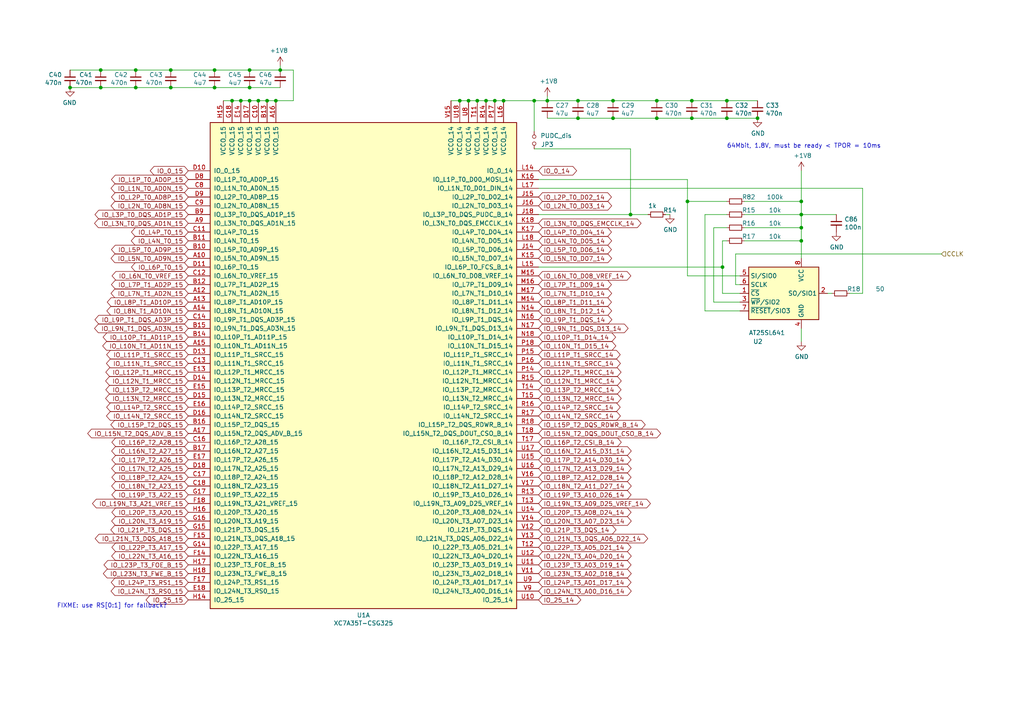
<source format=kicad_sch>
(kicad_sch (version 20211123) (generator eeschema)
  (paper "A4")
  (junction (at 29.21 25.4))
  (junction (at 72.39 29.21))
  (junction (at 232.41 62.23))
  (junction (at 62.23 20.32))
  (junction (at 199.39 58.42))
  (junction (at 177.8 34.29))
  (junction (at 67.31 29.21))
  (junction (at 49.53 20.32))
  (junction (at 133.35 29.21))
  (junction (at 72.39 20.32))
  (junction (at 210.82 34.29))
  (junction (at 39.37 20.32))
  (junction (at 138.43 29.21))
  (junction (at 210.82 29.21))
  (junction (at 200.66 34.29))
  (junction (at 74.93 29.21))
  (junction (at 49.53 25.4))
  (junction (at 62.23 25.4))
  (junction (at 167.64 29.21))
  (junction (at 182.88 62.23))
  (junction (at 232.41 58.42))
  (junction (at 29.21 20.32))
  (junction (at 81.28 20.32))
  (junction (at 80.01 29.21))
  (junction (at 209.55 77.47))
  (junction (at 69.85 29.21))
  (junction (at 20.32 25.4))
  (junction (at 190.5 29.21))
  (junction (at 140.97 29.21))
  (junction (at 167.64 34.29))
  (junction (at 135.89 29.21))
  (junction (at 232.41 69.85))
  (junction (at 158.75 29.21))
  (junction (at 232.41 66.04))
  (junction (at 39.37 25.4))
  (junction (at 154.94 29.21))
  (junction (at 77.47 29.21))
  (junction (at 219.71 34.29))
  (junction (at 146.05 29.21))
  (junction (at 190.5 34.29))
  (junction (at 143.51 29.21))
  (junction (at 200.66 29.21))
  (junction (at 177.8 29.21))
  (junction (at 72.39 25.4))
  (wire (pts (xy 156.21 54.61) (xy 250.19 54.61)))
  (wire (pts (xy 167.64 34.29) (xy 158.75 34.29)))
  (wire (pts (xy 209.55 85.09) (xy 209.55 77.47)))
  (wire (pts (xy 156.21 77.47) (xy 209.55 77.47)))
  (wire (pts (xy 214.63 82.55) (xy 213.36 82.55)))
  (wire (pts (xy 80.01 29.21) (xy 85.09 29.21)))
  (wire (pts (xy 232.41 62.23) (xy 232.41 66.04)))
  (wire (pts (xy 62.23 25.4) (xy 72.39 25.4)))
  (wire (pts (xy 62.23 20.32) (xy 72.39 20.32)))
  (wire (pts (xy 232.41 58.42) (xy 232.41 62.23)))
  (wire (pts (xy 177.8 29.21) (xy 190.5 29.21)))
  (wire (pts (xy 199.39 58.42) (xy 199.39 80.01)))
  (wire (pts (xy 85.09 20.32) (xy 81.28 20.32)))
  (wire (pts (xy 210.82 34.29) (xy 219.71 34.29)))
  (wire (pts (xy 207.01 66.04) (xy 207.01 87.63)))
  (wire (pts (xy 182.88 62.23) (xy 187.96 62.23)))
  (wire (pts (xy 200.66 29.21) (xy 210.82 29.21)))
  (wire (pts (xy 62.23 25.4) (xy 49.53 25.4)))
  (wire (pts (xy 72.39 25.4) (xy 81.28 25.4)))
  (wire (pts (xy 215.9 58.42) (xy 232.41 58.42)))
  (wire (pts (xy 190.5 34.29) (xy 200.66 34.29)))
  (wire (pts (xy 241.3 85.09) (xy 240.03 85.09)))
  (wire (pts (xy 130.81 29.21) (xy 133.35 29.21)))
  (wire (pts (xy 232.41 95.25) (xy 232.41 99.06)))
  (wire (pts (xy 72.39 20.32) (xy 81.28 20.32)))
  (wire (pts (xy 213.36 82.55) (xy 213.36 73.66)))
  (wire (pts (xy 154.94 29.21) (xy 158.75 29.21)))
  (wire (pts (xy 232.41 69.85) (xy 232.41 74.93)))
  (wire (pts (xy 232.41 66.04) (xy 232.41 69.85)))
  (wire (pts (xy 167.64 29.21) (xy 158.75 29.21)))
  (wire (pts (xy 156.21 52.07) (xy 199.39 52.07)))
  (wire (pts (xy 74.93 29.21) (xy 77.47 29.21)))
  (wire (pts (xy 64.77 29.21) (xy 67.31 29.21)))
  (wire (pts (xy 210.82 29.21) (xy 219.71 29.21)))
  (wire (pts (xy 199.39 58.42) (xy 210.82 58.42)))
  (wire (pts (xy 49.53 20.32) (xy 39.37 20.32)))
  (wire (pts (xy 200.66 34.29) (xy 210.82 34.29)))
  (wire (pts (xy 140.97 29.21) (xy 143.51 29.21)))
  (wire (pts (xy 143.51 29.21) (xy 146.05 29.21)))
  (wire (pts (xy 39.37 20.32) (xy 29.21 20.32)))
  (wire (pts (xy 177.8 34.29) (xy 167.64 34.29)))
  (wire (pts (xy 29.21 20.32) (xy 20.32 20.32)))
  (wire (pts (xy 85.09 29.21) (xy 85.09 20.32)))
  (wire (pts (xy 69.85 29.21) (xy 72.39 29.21)))
  (wire (pts (xy 209.55 69.85) (xy 209.55 77.47)))
  (wire (pts (xy 133.35 29.21) (xy 135.89 29.21)))
  (wire (pts (xy 232.41 49.53) (xy 232.41 58.42)))
  (wire (pts (xy 81.28 19.05) (xy 81.28 20.32)))
  (wire (pts (xy 77.47 29.21) (xy 80.01 29.21)))
  (wire (pts (xy 199.39 80.01) (xy 214.63 80.01)))
  (wire (pts (xy 207.01 87.63) (xy 214.63 87.63)))
  (wire (pts (xy 49.53 25.4) (xy 39.37 25.4)))
  (wire (pts (xy 242.57 62.23) (xy 232.41 62.23)))
  (wire (pts (xy 29.21 25.4) (xy 20.32 25.4)))
  (wire (pts (xy 67.31 29.21) (xy 69.85 29.21)))
  (wire (pts (xy 135.89 29.21) (xy 138.43 29.21)))
  (wire (pts (xy 209.55 69.85) (xy 210.82 69.85)))
  (wire (pts (xy 177.8 34.29) (xy 190.5 34.29)))
  (wire (pts (xy 210.82 66.04) (xy 207.01 66.04)))
  (wire (pts (xy 146.05 29.21) (xy 154.94 29.21)))
  (wire (pts (xy 177.8 29.21) (xy 167.64 29.21)))
  (wire (pts (xy 138.43 29.21) (xy 140.97 29.21)))
  (wire (pts (xy 215.9 62.23) (xy 232.41 62.23)))
  (wire (pts (xy 214.63 85.09) (xy 209.55 85.09)))
  (wire (pts (xy 213.36 73.66) (xy 273.05 73.66)))
  (wire (pts (xy 182.88 43.18) (xy 182.88 62.23)))
  (wire (pts (xy 154.94 43.18) (xy 182.88 43.18)))
  (wire (pts (xy 72.39 29.21) (xy 74.93 29.21)))
  (wire (pts (xy 39.37 25.4) (xy 29.21 25.4)))
  (wire (pts (xy 215.9 69.85) (xy 232.41 69.85)))
  (wire (pts (xy 193.04 62.23) (xy 194.31 62.23)))
  (wire (pts (xy 250.19 85.09) (xy 246.38 85.09)))
  (wire (pts (xy 154.94 38.1) (xy 154.94 29.21)))
  (wire (pts (xy 250.19 54.61) (xy 250.19 85.09)))
  (wire (pts (xy 158.75 27.94) (xy 158.75 29.21)))
  (wire (pts (xy 190.5 29.21) (xy 200.66 29.21)))
  (wire (pts (xy 215.9 66.04) (xy 232.41 66.04)))
  (wire (pts (xy 204.47 62.23) (xy 204.47 90.17)))
  (wire (pts (xy 62.23 20.32) (xy 49.53 20.32)))
  (wire (pts (xy 156.21 62.23) (xy 182.88 62.23)))
  (wire (pts (xy 199.39 52.07) (xy 199.39 58.42)))
  (wire (pts (xy 210.82 62.23) (xy 204.47 62.23)))
  (wire (pts (xy 204.47 90.17) (xy 214.63 90.17)))
  (text "FIXME: use RS[0:1] for fallback?" (at 16.51 176.53 0) (effects (font (size 1.27 1.27)) (justify left bottom)))
  (text "64Mbit, 1.8V, must be ready < TPOR = 10ms" (at 210.82 43.18 0) (effects (font (size 1.27 1.27)) (justify left bottom)))
  (global_label "IO_L17P_T2_A26_15" (shape bidirectional) (at 54.61 133.35 180) (property "Intersheet References" "${INTERSHEET_REFS}" (effects hide)))
  (global_label "IO_L7P_T1_D09_14" (shape bidirectional) (at 156.21 82.55 0) (property "Intersheet References" "${INTERSHEET_REFS}" (effects hide)))
  (global_label "IO_L23N_T3_FWE_B_15" (shape bidirectional) (at 54.61 166.37 180) (property "Intersheet References" "${INTERSHEET_REFS}" (effects hide)))
  (global_label "IO_L8P_T1_D11_14" (shape bidirectional) (at 156.21 87.63 0) (property "Intersheet References" "${INTERSHEET_REFS}" (effects hide)))
  (global_label "IO_L5P_T0_AD9P_15" (shape bidirectional) (at 54.61 72.39 180) (property "Intersheet References" "${INTERSHEET_REFS}" (effects hide)))
  (global_label "IO_L14N_T2_SRCC_15" (shape bidirectional) (at 54.61 120.65 180) (property "Intersheet References" "${INTERSHEET_REFS}" (effects hide)))
  (global_label "IO_L21P_T3_DQS_14" (shape bidirectional) (at 156.21 153.67 0) (property "Intersheet References" "${INTERSHEET_REFS}" (effects hide)))
  (global_label "IO_L6N_T0_D08_VREF_14" (shape bidirectional) (at 156.21 80.01 0) (property "Intersheet References" "${INTERSHEET_REFS}" (effects hide)))
  (global_label "IO_L9P_T1_DQS_14" (shape bidirectional) (at 156.21 92.71 0) (property "Intersheet References" "${INTERSHEET_REFS}" (effects hide)))
  (global_label "IO_L2N_T0_D03_14" (shape bidirectional) (at 156.21 59.69 0) (property "Intersheet References" "${INTERSHEET_REFS}" (effects hide)))
  (global_label "IO_L12P_T1_MRCC_14" (shape bidirectional) (at 156.21 107.95 0) (property "Intersheet References" "${INTERSHEET_REFS}" (effects hide)))
  (global_label "IO_L10N_T1_AD11N_15" (shape bidirectional) (at 54.61 100.33 180) (property "Intersheet References" "${INTERSHEET_REFS}" (effects hide)))
  (global_label "IO_L23N_T3_A02_D18_14" (shape bidirectional) (at 156.21 166.37 0) (property "Intersheet References" "${INTERSHEET_REFS}" (effects hide)))
  (global_label "IO_L23P_T3_FOE_B_15" (shape bidirectional) (at 54.61 163.83 180) (property "Intersheet References" "${INTERSHEET_REFS}" (effects hide)))
  (global_label "IO_L10P_T1_AD11P_15" (shape bidirectional) (at 54.61 97.79 180) (property "Intersheet References" "${INTERSHEET_REFS}" (effects hide)))
  (global_label "IO_L9N_T1_DQS_AD3N_15" (shape bidirectional) (at 54.61 95.25 180) (property "Intersheet References" "${INTERSHEET_REFS}" (effects hide)))
  (global_label "IO_0_15" (shape bidirectional) (at 54.61 49.53 180) (property "Intersheet References" "${INTERSHEET_REFS}" (effects hide)))
  (global_label "IO_L22P_T3_A17_15" (shape bidirectional) (at 54.61 158.75 180) (property "Intersheet References" "${INTERSHEET_REFS}" (effects hide)))
  (global_label "IO_25_15" (shape bidirectional) (at 54.61 173.99 180) (property "Intersheet References" "${INTERSHEET_REFS}" (effects hide)))
  (global_label "IO_L1N_T0_AD0N_15" (shape bidirectional) (at 54.61 54.61 180) (property "Intersheet References" "${INTERSHEET_REFS}" (effects hide)))
  (global_label "IO_L8N_T1_AD10N_15" (shape bidirectional) (at 54.61 90.17 180) (property "Intersheet References" "${INTERSHEET_REFS}" (effects hide)))
  (global_label "IO_L13P_T2_MRCC_14" (shape bidirectional) (at 156.21 113.03 0) (property "Intersheet References" "${INTERSHEET_REFS}" (effects hide)))
  (global_label "IO_L6N_T0_VREF_15" (shape bidirectional) (at 54.61 80.01 180) (property "Intersheet References" "${INTERSHEET_REFS}" (effects hide)))
  (global_label "IO_L11P_T1_SRCC_14" (shape bidirectional) (at 156.21 102.87 0) (property "Intersheet References" "${INTERSHEET_REFS}" (effects hide)))
  (global_label "IO_L3N_T0_DQS_AD1N_15" (shape bidirectional) (at 54.61 64.77 180) (property "Intersheet References" "${INTERSHEET_REFS}" (effects hide)))
  (global_label "IO_L16N_T2_A27_15" (shape bidirectional) (at 54.61 130.81 180) (property "Intersheet References" "${INTERSHEET_REFS}" (effects hide)))
  (global_label "IO_L24P_T3_A01_D17_14" (shape bidirectional) (at 156.21 168.91 0) (property "Intersheet References" "${INTERSHEET_REFS}" (effects hide)))
  (global_label "IO_L20N_T3_A19_15" (shape bidirectional) (at 54.61 151.13 180) (property "Intersheet References" "${INTERSHEET_REFS}" (effects hide)))
  (global_label "IO_L15N_T2_DQS_ADV_B_15" (shape bidirectional) (at 54.61 125.73 180) (property "Intersheet References" "${INTERSHEET_REFS}" (effects hide)))
  (global_label "IO_L22N_T3_A16_15" (shape bidirectional) (at 54.61 161.29 180) (property "Intersheet References" "${INTERSHEET_REFS}" (effects hide)))
  (global_label "IO_L22N_T3_A04_D20_14" (shape bidirectional) (at 156.21 161.29 0) (property "Intersheet References" "${INTERSHEET_REFS}" (effects hide)))
  (global_label "IO_L9P_T1_DQS_AD3P_15" (shape bidirectional) (at 54.61 92.71 180) (property "Intersheet References" "${INTERSHEET_REFS}" (effects hide)))
  (global_label "IO_L14P_T2_SRCC_15" (shape bidirectional) (at 54.61 118.11 180) (property "Intersheet References" "${INTERSHEET_REFS}" (effects hide)))
  (global_label "IO_L5N_T0_D07_14" (shape bidirectional) (at 156.21 74.93 0) (property "Intersheet References" "${INTERSHEET_REFS}" (effects hide)))
  (global_label "IO_L24N_T3_RS0_15" (shape bidirectional) (at 54.61 171.45 180) (property "Intersheet References" "${INTERSHEET_REFS}" (effects hide)))
  (global_label "IO_L7P_T1_AD2P_15" (shape bidirectional) (at 54.61 82.55 180) (property "Intersheet References" "${INTERSHEET_REFS}" (effects hide)))
  (global_label "IO_L13N_T2_MRCC_14" (shape bidirectional) (at 156.21 115.57 0) (property "Intersheet References" "${INTERSHEET_REFS}" (effects hide)))
  (global_label "IO_L9N_T1_DQS_D13_14" (shape bidirectional) (at 156.21 95.25 0) (property "Intersheet References" "${INTERSHEET_REFS}" (effects hide)))
  (global_label "IO_L2P_T0_D02_14" (shape bidirectional) (at 156.21 57.15 0) (property "Intersheet References" "${INTERSHEET_REFS}" (effects hide)))
  (global_label "IO_L18P_T2_A24_15" (shape bidirectional) (at 54.61 138.43 180) (property "Intersheet References" "${INTERSHEET_REFS}" (effects hide)))
  (global_label "IO_L11N_T1_SRCC_15" (shape bidirectional) (at 54.61 105.41 180) (property "Intersheet References" "${INTERSHEET_REFS}" (effects hide)))
  (global_label "IO_L1P_T0_AD0P_15" (shape bidirectional) (at 54.61 52.07 180) (property "Intersheet References" "${INTERSHEET_REFS}" (effects hide)))
  (global_label "IO_25_14" (shape bidirectional) (at 156.21 173.99 0) (property "Intersheet References" "${INTERSHEET_REFS}" (effects hide)))
  (global_label "IO_L12P_T1_MRCC_15" (shape bidirectional) (at 54.61 107.95 180) (property "Intersheet References" "${INTERSHEET_REFS}" (effects hide)))
  (global_label "IO_L21P_T3_DQS_15" (shape bidirectional) (at 54.61 153.67 180) (property "Intersheet References" "${INTERSHEET_REFS}" (effects hide)))
  (global_label "IO_L14N_T2_SRCC_14" (shape bidirectional) (at 156.21 120.65 0) (property "Intersheet References" "${INTERSHEET_REFS}" (effects hide)))
  (global_label "IO_L2N_T0_AD8N_15" (shape bidirectional) (at 54.61 59.69 180) (property "Intersheet References" "${INTERSHEET_REFS}" (effects hide)))
  (global_label "IO_L20P_T3_A20_15" (shape bidirectional) (at 54.61 148.59 180) (property "Intersheet References" "${INTERSHEET_REFS}" (effects hide)))
  (global_label "IO_L17P_T2_A14_D30_14" (shape bidirectional) (at 156.21 133.35 0) (property "Intersheet References" "${INTERSHEET_REFS}" (effects hide)))
  (global_label "IO_L10N_T1_D15_14" (shape bidirectional) (at 156.21 100.33 0) (property "Intersheet References" "${INTERSHEET_REFS}" (effects hide)))
  (global_label "IO_L19P_T3_A22_15" (shape bidirectional) (at 54.61 143.51 180) (property "Intersheet References" "${INTERSHEET_REFS}" (effects hide)))
  (global_label "IO_L13P_T2_MRCC_15" (shape bidirectional) (at 54.61 113.03 180) (property "Intersheet References" "${INTERSHEET_REFS}" (effects hide)))
  (global_label "IO_L16P_T2_CSI_B_14" (shape bidirectional) (at 156.21 128.27 0) (property "Intersheet References" "${INTERSHEET_REFS}" (effects hide)))
  (global_label "IO_L23P_T3_A03_D19_14" (shape bidirectional) (at 156.21 163.83 0) (property "Intersheet References" "${INTERSHEET_REFS}" (effects hide)))
  (global_label "IO_L19P_T3_A10_D26_14" (shape bidirectional) (at 156.21 143.51 0) (property "Intersheet References" "${INTERSHEET_REFS}" (effects hide)))
  (global_label "IO_L21N_T3_DQS_A06_D22_14" (shape bidirectional) (at 156.21 156.21 0) (property "Intersheet References" "${INTERSHEET_REFS}" (effects hide)))
  (global_label "IO_L11N_T1_SRCC_14" (shape bidirectional) (at 156.21 105.41 0) (property "Intersheet References" "${INTERSHEET_REFS}" (effects hide)))
  (global_label "IO_L8N_T1_D12_14" (shape bidirectional) (at 156.21 90.17 0) (property "Intersheet References" "${INTERSHEET_REFS}" (effects hide)))
  (global_label "IO_L16P_T2_A28_15" (shape bidirectional) (at 54.61 128.27 180) (property "Intersheet References" "${INTERSHEET_REFS}" (effects hide)))
  (global_label "IO_L17N_T2_A13_D29_14" (shape bidirectional) (at 156.21 135.89 0) (property "Intersheet References" "${INTERSHEET_REFS}" (effects hide)))
  (global_label "IO_L11P_T1_SRCC_15" (shape bidirectional) (at 54.61 102.87 180) (property "Intersheet References" "${INTERSHEET_REFS}" (effects hide)))
  (global_label "IO_L20N_T3_A07_D23_14" (shape bidirectional) (at 156.21 151.13 0) (property "Intersheet References" "${INTERSHEET_REFS}" (effects hide)))
  (global_label "IO_L22P_T3_A05_D21_14" (shape bidirectional) (at 156.21 158.75 0) (property "Intersheet References" "${INTERSHEET_REFS}" (effects hide)))
  (global_label "IO_L14P_T2_SRCC_14" (shape bidirectional) (at 156.21 118.11 0) (property "Intersheet References" "${INTERSHEET_REFS}" (effects hide)))
  (global_label "IO_L3P_T0_DQS_AD1P_15" (shape bidirectional) (at 54.61 62.23 180) (property "Intersheet References" "${INTERSHEET_REFS}" (effects hide)))
  (global_label "IO_L6P_T0_15" (shape bidirectional) (at 54.61 77.47 180) (property "Intersheet References" "${INTERSHEET_REFS}" (effects hide)))
  (global_label "IO_L5P_T0_D06_14" (shape bidirectional) (at 156.21 72.39 0) (property "Intersheet References" "${INTERSHEET_REFS}" (effects hide)))
  (global_label "IO_L15N_T2_DQS_DOUT_CSO_B_14" (shape bidirectional) (at 156.21 125.73 0) (property "Intersheet References" "${INTERSHEET_REFS}" (effects hide)))
  (global_label "IO_L5N_T0_AD9N_15" (shape bidirectional) (at 54.61 74.93 180) (property "Intersheet References" "${INTERSHEET_REFS}" (effects hide)))
  (global_label "IO_L4N_T0_D05_14" (shape bidirectional) (at 156.21 69.85 0) (property "Intersheet References" "${INTERSHEET_REFS}" (effects hide)))
  (global_label "IO_L16N_T2_A15_D31_14" (shape bidirectional) (at 156.21 130.81 0) (property "Intersheet References" "${INTERSHEET_REFS}" (effects hide)))
  (global_label "IO_L15P_T2_DQS_15" (shape bidirectional) (at 54.61 123.19 180) (property "Intersheet References" "${INTERSHEET_REFS}" (effects hide)))
  (global_label "IO_L13N_T2_MRCC_15" (shape bidirectional) (at 54.61 115.57 180) (property "Intersheet References" "${INTERSHEET_REFS}" (effects hide)))
  (global_label "IO_L18N_T2_A23_15" (shape bidirectional) (at 54.61 140.97 180) (property "Intersheet References" "${INTERSHEET_REFS}" (effects hide)))
  (global_label "IO_L4P_T0_15" (shape bidirectional) (at 54.61 67.31 180) (property "Intersheet References" "${INTERSHEET_REFS}" (effects hide)))
  (global_label "IO_L10P_T1_D14_14" (shape bidirectional) (at 156.21 97.79 0) (property "Intersheet References" "${INTERSHEET_REFS}" (effects hide)))
  (global_label "IO_L12N_T1_MRCC_15" (shape bidirectional) (at 54.61 110.49 180) (property "Intersheet References" "${INTERSHEET_REFS}" (effects hide)))
  (global_label "IO_L8P_T1_AD10P_15" (shape bidirectional) (at 54.61 87.63 180) (property "Intersheet References" "${INTERSHEET_REFS}" (effects hide)))
  (global_label "IO_L3N_T0_DQS_EMCCLK_14" (shape bidirectional) (at 156.21 64.77 0) (property "Intersheet References" "${INTERSHEET_REFS}" (effects hide)))
  (global_label "IO_L15P_T2_DQS_RDWR_B_14" (shape bidirectional) (at 156.21 123.19 0) (property "Intersheet References" "${INTERSHEET_REFS}" (effects hide)))
  (global_label "IO_L4P_T0_D04_14" (shape bidirectional) (at 156.21 67.31 0) (property "Intersheet References" "${INTERSHEET_REFS}" (effects hide)))
  (global_label "IO_L18P_T2_A12_D28_14" (shape bidirectional) (at 156.21 138.43 0) (property "Intersheet References" "${INTERSHEET_REFS}" (effects hide)))
  (global_label "IO_L19N_T3_A09_D25_VREF_14" (shape bidirectional) (at 156.21 146.05 0) (property "Intersheet References" "${INTERSHEET_REFS}" (effects hide)))
  (global_label "IO_L18N_T2_A11_D27_14" (shape bidirectional) (at 156.21 140.97 0) (property "Intersheet References" "${INTERSHEET_REFS}" (effects hide)))
  (global_label "IO_L7N_T1_AD2N_15" (shape bidirectional) (at 54.61 85.09 180) (property "Intersheet References" "${INTERSHEET_REFS}" (effects hide)))
  (global_label "IO_L21N_T3_DQS_A18_15" (shape bidirectional) (at 54.61 156.21 180) (property "Intersheet References" "${INTERSHEET_REFS}" (effects hide)))
  (global_label "IO_L7N_T1_D10_14" (shape bidirectional) (at 156.21 85.09 0) (property "Intersheet References" "${INTERSHEET_REFS}" (effects hide)))
  (global_label "IO_L17N_T2_A25_15" (shape bidirectional) (at 54.61 135.89 180) (property "Intersheet References" "${INTERSHEET_REFS}" (effects hide)))
  (global_label "IO_L4N_T0_15" (shape bidirectional) (at 54.61 69.85 180) (property "Intersheet References" "${INTERSHEET_REFS}" (effects hide)))
  (global_label "IO_L24N_T3_A00_D16_14" (shape bidirectional) (at 156.21 171.45 0) (property "Intersheet References" "${INTERSHEET_REFS}" (effects hide)))
  (global_label "IO_L19N_T3_A21_VREF_15" (shape bidirectional) (at 54.61 146.05 180) (property "Intersheet References" "${INTERSHEET_REFS}" (effects hide)))
  (global_label "IO_L2P_T0_AD8P_15" (shape bidirectional) (at 54.61 57.15 180) (property "Intersheet References" "${INTERSHEET_REFS}" (effects hide)))
  (global_label "IO_L12N_T1_MRCC_14" (shape bidirectional) (at 156.21 110.49 0) (property "Intersheet References" "${INTERSHEET_REFS}" (effects hide)))
  (global_label "IO_L20P_T3_A08_D24_14" (shape bidirectional) (at 156.21 148.59 0) (property "Intersheet References" "${INTERSHEET_REFS}" (effects hide)))
  (global_label "IO_0_14" (shape bidirectional) (at 156.21 49.53 0) (property "Intersheet References" "${INTERSHEET_REFS}" (effects hide)))
  (global_label "IO_L24P_T3_RS1_15" (shape bidirectional) (at 54.61 168.91 180) (property "Intersheet References" "${INTERSHEET_REFS}" (effects hide)))
  (hierarchical_label "CCLK" (shape input) (at 273.05 73.66 0))
  (symbol (lib_id "Device:C_Small") (at 242.57 64.77 0) (unit 1)
    (property "Reference" "C86" (at 244.9068 63.6016 0) (effects (justify left)))
    (property "Value" "100n" (at 244.9068 65.913 0) (effects (justify left)))
    (property "Footprint" "Capacitor_SMD:C_0603_1608Metric" (effects hide))
  )
  (symbol (lib_id "power:GND") (at 242.57 67.31 0) (unit 1)
    (property "Reference" "#PWR?" (effects hide))
    (property "Value" "GND" (at 242.697 71.7042 0))
  )
  (symbol (lib_id "fmc:XC7A35T-CSG325") (at 105.41 102.87 0) (mirror y) (unit 1)
    (property "Reference" "U1" (at 105.41 178.435 0))
    (property "Value" "XC7A35T-CSG325" (at 105.41 180.7464 0))
    (property "Footprint" "Package_BGA:Xilinx_CSG325" (effects hide))
  )
  (symbol (lib_id "Memory_Flash:MX25R3235FZNxx0") (at 227.33 85.09 0) (unit 1)
    (property "Reference" "U2" (at 218.44 99.06 0) (effects (justify left)))
    (property "Value" "AT25SL641" (at 217.17 96.52 0) (effects (justify left)))
    (property "Footprint" "Package_SON:WSON-8-1EP_6x5mm_P1.27mm_EP3.4x4mm" (effects hide))
    (property "Datasheet" "http://www.macronix.com/Lists/Datasheet/Attachments/7534/MX25R3235F,%20Wide%20Range,%2032Mb,%20v1.6.pdf" (effects hide))
  )
  (symbol (lib_id "power:GND") (at 232.41 99.06 0) (unit 1)
    (property "Reference" "#PWR?" (effects hide))
    (property "Value" "GND" (at 232.537 103.4542 0))
  )
  (symbol (lib_id "power:+1V8") (at 232.41 49.53 0) (unit 1)
    (property "Reference" "#PWR?" (effects hide))
    (property "Value" "+1V8" (at 232.791 45.1358 0))
  )
  (symbol (lib_id "Device:R_Small") (at 213.36 69.85 270) (unit 1)
    (property "Reference" "R17" (at 217.17 68.58 90))
    (property "Value" "10k" (at 224.79 68.58 90))
    (property "Footprint" "Resistor_SMD:R_0603_1608Metric" (effects hide))
  )
  (symbol (lib_id "Device:R_Small") (at 213.36 66.04 270) (unit 1)
    (property "Reference" "R16" (at 217.17 64.77 90))
    (property "Value" "10k" (at 224.79 64.77 90))
    (property "Footprint" "Resistor_SMD:R_0603_1608Metric" (effects hide))
  )
  (symbol (lib_id "Device:R_Small") (at 213.36 62.23 270) (unit 1)
    (property "Reference" "R15" (at 217.17 60.96 90))
    (property "Value" "10k" (at 224.79 60.96 90))
    (property "Footprint" "Resistor_SMD:R_0603_1608Metric" (effects hide))
  )
  (symbol (lib_id "Device:R_Small") (at 243.84 85.09 270) (unit 1)
    (property "Reference" "R18" (at 247.65 83.82 90))
    (property "Value" "50" (at 255.27 83.82 90))
    (property "Footprint" "Resistor_SMD:R_0603_1608Metric" (effects hide))
  )
  (symbol (lib_id "Device:C_Small") (at 158.75 31.75 0) (unit 1)
    (property "Reference" "C27" (at 161.0868 30.5816 0) (effects (justify left)))
    (property "Value" "47u" (at 161.0868 32.893 0) (effects (justify left)))
    (property "Footprint" "Capacitor_SMD:C_1210_3225Metric" (effects hide))
  )
  (symbol (lib_id "power:+1V8") (at 158.75 27.94 0) (unit 1)
    (property "Reference" "#PWR?" (effects hide))
    (property "Value" "+1V8" (at 159.131 23.5458 0))
  )
  (symbol (lib_id "power:GND") (at 219.71 34.29 0) (unit 1)
    (property "Reference" "#PWR?" (effects hide))
    (property "Value" "GND" (at 219.837 38.6842 0))
  )
  (symbol (lib_id "Device:C_Small") (at 167.64 31.75 0) (unit 1)
    (property "Reference" "C28" (at 169.9768 30.5816 0) (effects (justify left)))
    (property "Value" "4u7" (at 169.9768 32.893 0) (effects (justify left)))
    (property "Footprint" "Capacitor_SMD:C_0805_2012Metric" (effects hide))
  )
  (symbol (lib_id "Device:C_Small") (at 177.8 31.75 0) (unit 1)
    (property "Reference" "C29" (at 180.1368 30.5816 0) (effects (justify left)))
    (property "Value" "4u7" (at 180.1368 32.893 0) (effects (justify left)))
    (property "Footprint" "Capacitor_SMD:C_0805_2012Metric" (effects hide))
  )
  (symbol (lib_id "Device:C_Small") (at 210.82 31.75 0) (unit 1)
    (property "Reference" "C32" (at 213.1568 30.5816 0) (effects (justify left)))
    (property "Value" "470n" (at 213.1568 32.893 0) (effects (justify left)))
    (property "Footprint" "Capacitor_SMD:C_0402_1005Metric" (effects hide))
  )
  (symbol (lib_id "Device:C_Small") (at 200.66 31.75 0) (unit 1)
    (property "Reference" "C31" (at 202.9968 30.5816 0) (effects (justify left)))
    (property "Value" "470n" (at 202.9968 32.893 0) (effects (justify left)))
    (property "Footprint" "Capacitor_SMD:C_0402_1005Metric" (effects hide))
  )
  (symbol (lib_id "Device:C_Small") (at 190.5 31.75 0) (unit 1)
    (property "Reference" "C30" (at 192.8368 30.5816 0) (effects (justify left)))
    (property "Value" "470n" (at 192.8368 32.893 0) (effects (justify left)))
    (property "Footprint" "Capacitor_SMD:C_0402_1005Metric" (effects hide))
  )
  (symbol (lib_id "Device:C_Small") (at 219.71 31.75 0) (unit 1)
    (property "Reference" "C33" (at 222.0468 30.5816 0) (effects (justify left)))
    (property "Value" "470n" (at 222.0468 32.893 0) (effects (justify left)))
    (property "Footprint" "Capacitor_SMD:C_0402_1005Metric" (effects hide))
  )
  (symbol (lib_id "Device:R_Small") (at 190.5 62.23 270) (unit 1)
    (property "Reference" "R14" (at 194.31 60.96 90))
    (property "Value" "1k" (at 189.23 59.69 90))
    (property "Footprint" "Resistor_SMD:R_0603_1608Metric" (effects hide))
  )
  (symbol (lib_id "power:GND") (at 194.31 62.23 0) (unit 1)
    (property "Reference" "#PWR?" (effects hide))
    (property "Value" "GND" (at 194.437 66.6242 0))
  )
  (symbol (lib_id "Device:Jumper_NO_Small") (at 154.94 40.64 270) (unit 1)
    (property "Reference" "JP3" (at 158.75 41.91 90))
    (property "Value" "PUDC_dis" (at 161.29 39.37 90))
    (property "Footprint" "Connector_PinHeader_2.54mm:PinHeader_1x02_P2.54mm_Vertical" (effects hide))
  )
  (symbol (lib_id "Device:C_Small") (at 81.28 22.86 0) (mirror y) (unit 1)
    (property "Reference" "C46" (at 78.9432 21.6916 0) (effects (justify left)))
    (property "Value" "47u" (at 78.9432 24.003 0) (effects (justify left)))
    (property "Footprint" "Capacitor_SMD:C_1210_3225Metric" (effects hide))
  )
  (symbol (lib_id "power:+1V8") (at 81.28 19.05 0) (mirror y) (unit 1)
    (property "Reference" "#PWR?" (effects hide))
    (property "Value" "+1V8" (at 80.899 14.6558 0))
  )
  (symbol (lib_id "power:GND") (at 20.32 25.4 0) (mirror y) (unit 1)
    (property "Reference" "#PWR?" (effects hide))
    (property "Value" "GND" (at 20.193 29.7942 0))
  )
  (symbol (lib_id "Device:C_Small") (at 72.39 22.86 0) (mirror y) (unit 1)
    (property "Reference" "C45" (at 70.0532 21.6916 0) (effects (justify left)))
    (property "Value" "4u7" (at 70.0532 24.003 0) (effects (justify left)))
    (property "Footprint" "Capacitor_SMD:C_0805_2012Metric" (effects hide))
  )
  (symbol (lib_id "Device:C_Small") (at 62.23 22.86 0) (mirror y) (unit 1)
    (property "Reference" "C44" (at 59.8932 21.6916 0) (effects (justify left)))
    (property "Value" "4u7" (at 59.8932 24.003 0) (effects (justify left)))
    (property "Footprint" "Capacitor_SMD:C_0805_2012Metric" (effects hide))
  )
  (symbol (lib_id "Device:C_Small") (at 29.21 22.86 0) (mirror y) (unit 1)
    (property "Reference" "C41" (at 26.8732 21.6916 0) (effects (justify left)))
    (property "Value" "470n" (at 26.8732 24.003 0) (effects (justify left)))
    (property "Footprint" "Capacitor_SMD:C_0402_1005Metric" (effects hide))
  )
  (symbol (lib_id "Device:C_Small") (at 39.37 22.86 0) (mirror y) (unit 1)
    (property "Reference" "C42" (at 37.0332 21.6916 0) (effects (justify left)))
    (property "Value" "470n" (at 37.0332 24.003 0) (effects (justify left)))
    (property "Footprint" "Capacitor_SMD:C_0402_1005Metric" (effects hide))
  )
  (symbol (lib_id "Device:C_Small") (at 49.53 22.86 0) (mirror y) (unit 1)
    (property "Reference" "C43" (at 47.1932 21.6916 0) (effects (justify left)))
    (property "Value" "470n" (at 47.1932 24.003 0) (effects (justify left)))
    (property "Footprint" "Capacitor_SMD:C_0402_1005Metric" (effects hide))
  )
  (symbol (lib_id "Device:C_Small") (at 20.32 22.86 0) (mirror y) (unit 1)
    (property "Reference" "C40" (at 17.9832 21.6916 0) (effects (justify left)))
    (property "Value" "470n" (at 17.9832 24.003 0) (effects (justify left)))
    (property "Footprint" "Capacitor_SMD:C_0402_1005Metric" (effects hide))
  )
  (symbol (lib_id "Device:R_Small") (at 213.36 58.42 270) (unit 1)
    (property "Reference" "R82" (at 217.17 57.15 90))
    (property "Value" "100k" (at 224.79 57.15 90))
    (property "Footprint" "Resistor_SMD:R_0603_1608Metric" (effects hide))
  )
)
</source>
